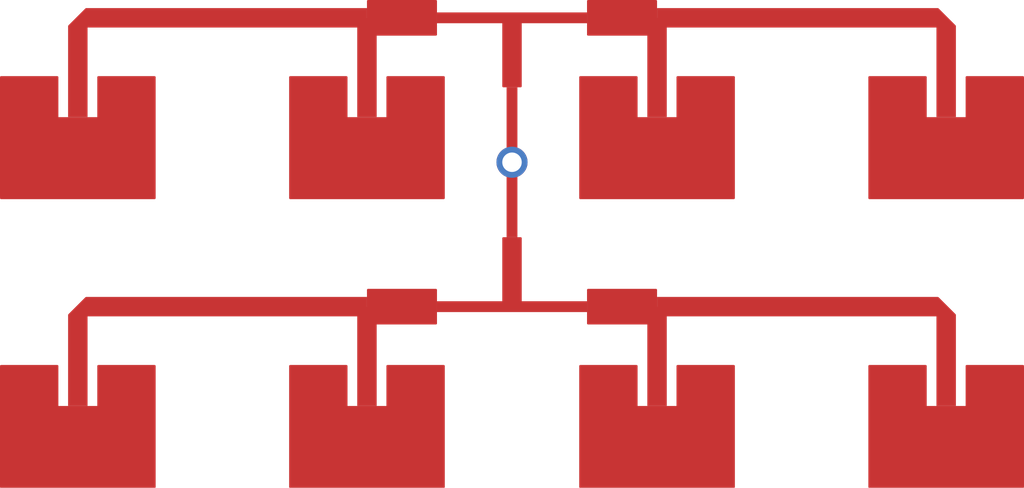
<source format=kicad_pcb>
(kicad_pcb (version 20221018) (generator pcbnew)
  (layers (0 "F.Cu" signal) (31 "B.Cu" signal) (44 "Edge.Cuts" user))
  (net 0 "")
  (net 1 "Antennas")
  (footprint "X0" (layer "F.Cu") (at 0 0)
    (fp_text reference "" (at 0 0) (layer "F.SilkS") (effects (font (size 1.27 1.27))))
    (fp_text value "" (at 0 0) (layer "F.SilkS") (effects (font (size 1.27 1.27))))
    (pad "1" thru_hole circle (at 0 0) (size 0.8 0.8) (drill 0.5) (layers "F.Cu") (net 1 "Antennas"))
  )
  (zone (net 1) (net_name "Antennas") (layer "F.Cu") (connect_pads (clearance 0.3)) (min_thickness 0.05) (fill yes (thermal_gap 0.3) (thermal_bridge_width 0.25))
    (polygon (pts (xy -5.7272 5.215) (xy -5.7272 8.38) (xy -1.7272 8.38) (xy -1.7272 5.215) (xy -3.2273 5.215) (xy -3.2273 6.27) (xy -4.2272 6.27) (xy -4.2272 5.215)))
  )
  (zone (net 1) (net_name "Antennas") (layer "F.Cu") (connect_pads (clearance 0.3)) (min_thickness 0.05) (fill yes (thermal_gap 0.3) (thermal_bridge_width 0.25))
    (polygon (pts (xy 9.1573 5.215) (xy 9.1573 8.38) (xy 13.1573 8.38) (xy 13.1573 5.215) (xy 11.6573 5.215) (xy 11.6573 6.27) (xy 10.6572 6.27) (xy 10.6572 5.215)))
  )
  (zone (net 1) (net_name "Antennas") (layer "F.Cu") (connect_pads (clearance 0.3)) (min_thickness 0.05) (fill yes (thermal_gap 0.3) (thermal_bridge_width 0.25))
    (polygon (pts (xy -0.139 0) (xy -0.139 -1.9278) (xy 0.139 -1.9278) (xy 0.139 0)))
  )
  (zone (net 1) (net_name "Antennas") (layer "F.Cu") (connect_pads (clearance 0.3)) (min_thickness 0.05) (fill yes (thermal_gap 0.3) (thermal_bridge_width 0.25))
    (polygon (pts (xy 0 3.576) (xy -1.9278 3.576) (xy -1.9278 3.854) (xy 0 3.854)))
  )
  (zone (net 1) (net_name "Antennas") (layer "F.Cu") (connect_pads (clearance 0.3)) (min_thickness 0.05) (fill yes (thermal_gap 0.3) (thermal_bridge_width 0.25))
    (polygon (pts (xy 3.7273 -3.465) (xy 10.9072 -3.465) (xy 10.9072 -1.16) (xy 11.4073 -1.16) (xy 11.4073 -3.5125) (xy 10.9548 -3.965) (xy 3.7273 -3.965)))
  )
  (zone (net 1) (net_name "Antennas") (layer "F.Cu") (connect_pads (clearance 0.3)) (min_thickness 0.05) (fill yes (thermal_gap 0.3) (thermal_bridge_width 0.25))
    (polygon (pts (xy 0.139 0) (xy 0.139 1.9278) (xy -0.139 1.9278) (xy -0.139 0)))
  )
  (zone (net 1) (net_name "Antennas") (layer "F.Cu") (connect_pads (clearance 0.3)) (min_thickness 0.05) (fill yes (thermal_gap 0.3) (thermal_bridge_width 0.25))
    (polygon (pts (xy 1.9278 4.1735) (xy 3.7273 4.1735) (xy 3.7273 3.2565) (xy 1.9278 3.2565)))
  )
  (zone (net 1) (net_name "Antennas") (layer "F.Cu") (connect_pads (clearance 0.3)) (min_thickness 0.05) (fill yes (thermal_gap 0.3) (thermal_bridge_width 0.25))
    (polygon (pts (xy -3.4773 3.715) (xy -3.4773 6.27) (xy -3.9772 6.27) (xy -3.9772 3.715)))
  )
  (zone (net 1) (net_name "Antennas") (layer "F.Cu") (connect_pads (clearance 0.3)) (min_thickness 0.05) (fill yes (thermal_gap 0.3) (thermal_bridge_width 0.25))
    (polygon (pts (xy -13.1573 5.215) (xy -13.1573 8.38) (xy -9.1573 8.38) (xy -9.1573 5.215) (xy -10.6572 5.215) (xy -10.6572 6.27) (xy -11.6573 6.27) (xy -11.6573 5.215)))
  )
  (zone (net 1) (net_name "Antennas") (layer "F.Cu") (connect_pads (clearance 0.3)) (min_thickness 0.05) (fill yes (thermal_gap 0.3) (thermal_bridge_width 0.25))
    (polygon (pts (xy -1.9278 3.2565) (xy -3.7273 3.2565) (xy -3.7273 4.1735) (xy -1.9278 4.1735)))
  )
  (zone (net 1) (net_name "Antennas") (layer "F.Cu") (connect_pads (clearance 0.3)) (min_thickness 0.05) (fill yes (thermal_gap 0.3) (thermal_bridge_width 0.25))
    (polygon (pts (xy -5.7272 -2.215) (xy -5.7272 0.95) (xy -1.7272 0.95) (xy -1.7272 -2.215) (xy -3.2273 -2.215) (xy -3.2273 -1.16) (xy -4.2272 -1.16) (xy -4.2272 -2.215)))
  )
  (zone (net 1) (net_name "Antennas") (layer "F.Cu") (connect_pads (clearance 0.3)) (min_thickness 0.05) (fill yes (thermal_gap 0.3) (thermal_bridge_width 0.25))
    (polygon (pts (xy 1.7272 5.215) (xy 1.7272 8.38) (xy 5.7272 8.38) (xy 5.7272 5.215) (xy 4.2272 5.215) (xy 4.2272 6.27) (xy 3.2273 6.27) (xy 3.2273 5.215)))
  )
  (zone (net 1) (net_name "Antennas") (layer "F.Cu") (connect_pads (clearance 0.3)) (min_thickness 0.05) (fill yes (thermal_gap 0.3) (thermal_bridge_width 0.25))
    (polygon (pts (xy 0 -3.854) (xy -1.9278 -3.854) (xy -1.9278 -3.576) (xy 0 -3.576)))
  )
  (zone (net 1) (net_name "Antennas") (layer "F.Cu") (connect_pads (clearance 0.3)) (min_thickness 0.05) (fill yes (thermal_gap 0.3) (thermal_bridge_width 0.25))
    (polygon (pts (xy 1.9278 -3.2565) (xy 3.7273 -3.2565) (xy 3.7273 -4.1735) (xy 1.9278 -4.1735)))
  )
  (zone (net 1) (net_name "Antennas") (layer "F.Cu") (connect_pads (clearance 0.3)) (min_thickness 0.05) (fill yes (thermal_gap 0.3) (thermal_bridge_width 0.25))
    (polygon (pts (xy 9.1573 -2.215) (xy 9.1573 0.95) (xy 13.1573 0.95) (xy 13.1573 -2.215) (xy 11.6573 -2.215) (xy 11.6573 -1.16) (xy 10.6572 -1.16) (xy 10.6572 -2.215)))
  )
  (zone (net 1) (net_name "Antennas") (layer "F.Cu") (connect_pads (clearance 0.3)) (min_thickness 0.05) (fill yes (thermal_gap 0.3) (thermal_bridge_width 0.25))
    (polygon (pts (xy 0.25 1.9278) (xy 0.25 3.715) (xy -0.25 3.715) (xy -0.25 1.9278)))
  )
  (zone (net 1) (net_name "Antennas") (layer "F.Cu") (connect_pads (clearance 0.3)) (min_thickness 0.05) (fill yes (thermal_gap 0.3) (thermal_bridge_width 0.25))
    (polygon (pts (xy -3.4773 -3.715) (xy -3.4773 -1.16) (xy -3.9772 -1.16) (xy -3.9772 -3.715)))
  )
  (zone (net 1) (net_name "Antennas") (layer "F.Cu") (connect_pads (clearance 0.3)) (min_thickness 0.05) (fill yes (thermal_gap 0.3) (thermal_bridge_width 0.25))
    (polygon (pts (xy -0.25 -1.9278) (xy -0.25 -3.715) (xy 0.25 -3.715) (xy 0.25 -1.9278)))
  )
  (zone (net 1) (net_name "Antennas") (layer "F.Cu") (connect_pads (clearance 0.3)) (min_thickness 0.05) (fill yes (thermal_gap 0.3) (thermal_bridge_width 0.25))
    (polygon (pts (xy 1.7272 -2.215) (xy 1.7272 0.95) (xy 5.7272 0.95) (xy 5.7272 -2.215) (xy 4.2272 -2.215) (xy 4.2272 -1.16) (xy 3.2273 -1.16) (xy 3.2273 -2.215)))
  )
  (zone (net 1) (net_name "Antennas") (layer "F.Cu") (connect_pads (clearance 0.3)) (min_thickness 0.05) (fill yes (thermal_gap 0.3) (thermal_bridge_width 0.25))
    (polygon (pts (xy 0 3.854) (xy 1.9278 3.854) (xy 1.9278 3.576) (xy 0 3.576)))
  )
  (zone (net 1) (net_name "Antennas") (layer "F.Cu") (connect_pads (clearance 0.3)) (min_thickness 0.05) (fill yes (thermal_gap 0.3) (thermal_bridge_width 0.25))
    (polygon (pts (xy -3.7273 -3.965) (xy -10.9548 -3.965) (xy -11.4073 -3.5125) (xy -11.4073 -1.16) (xy -10.9072 -1.16) (xy -10.9072 -3.465) (xy -3.7273 -3.465)))
  )
  (zone (net 1) (net_name "Antennas") (layer "F.Cu") (connect_pads (clearance 0.3)) (min_thickness 0.05) (fill yes (thermal_gap 0.3) (thermal_bridge_width 0.25))
    (polygon (pts (xy 0 -3.576) (xy 1.9278 -3.576) (xy 1.9278 -3.854) (xy 0 -3.854)))
  )
  (zone (net 1) (net_name "Antennas") (layer "F.Cu") (connect_pads (clearance 0.3)) (min_thickness 0.05) (fill yes (thermal_gap 0.3) (thermal_bridge_width 0.25))
    (polygon (pts (xy 3.7273 3.965) (xy 10.9072 3.965) (xy 10.9072 6.27) (xy 11.4073 6.27) (xy 11.4073 3.9175) (xy 10.9548 3.465) (xy 3.7273 3.465)))
  )
  (zone (net 1) (net_name "Antennas") (layer "F.Cu") (connect_pads (clearance 0.3)) (min_thickness 0.05) (fill yes (thermal_gap 0.3) (thermal_bridge_width 0.25))
    (polygon (pts (xy 3.9772 -3.715) (xy 3.9772 -1.16) (xy 3.4773 -1.16) (xy 3.4773 -3.715)))
  )
  (zone (net 1) (net_name "Antennas") (layer "F.Cu") (connect_pads (clearance 0.3)) (min_thickness 0.05) (fill yes (thermal_gap 0.3) (thermal_bridge_width 0.25))
    (polygon (pts (xy 3.9772 3.715) (xy 3.9772 6.27) (xy 3.4773 6.27) (xy 3.4773 3.715)))
  )
  (zone (net 1) (net_name "Antennas") (layer "F.Cu") (connect_pads (clearance 0.3)) (min_thickness 0.05) (fill yes (thermal_gap 0.3) (thermal_bridge_width 0.25))
    (polygon (pts (xy -3.7273 3.465) (xy -10.9548 3.465) (xy -11.4073 3.9175) (xy -11.4073 6.27) (xy -10.9072 6.27) (xy -10.9072 3.965) (xy -3.7273 3.965)))
  )
  (zone (net 1) (net_name "Antennas") (layer "F.Cu") (connect_pads (clearance 0.3)) (min_thickness 0.05) (fill yes (thermal_gap 0.3) (thermal_bridge_width 0.25))
    (polygon (pts (xy -13.1573 -2.215) (xy -13.1573 0.95) (xy -9.1573 0.95) (xy -9.1573 -2.215) (xy -10.6572 -2.215) (xy -10.6572 -1.16) (xy -11.6573 -1.16) (xy -11.6573 -2.215)))
  )
  (zone (net 1) (net_name "Antennas") (layer "F.Cu") (connect_pads (clearance 0.3)) (min_thickness 0.05) (fill yes (thermal_gap 0.3) (thermal_bridge_width 0.25))
    (polygon (pts (xy -1.9278 -4.1735) (xy -3.7273 -4.1735) (xy -3.7273 -3.2565) (xy -1.9278 -3.2565)))
  )
)
</source>
